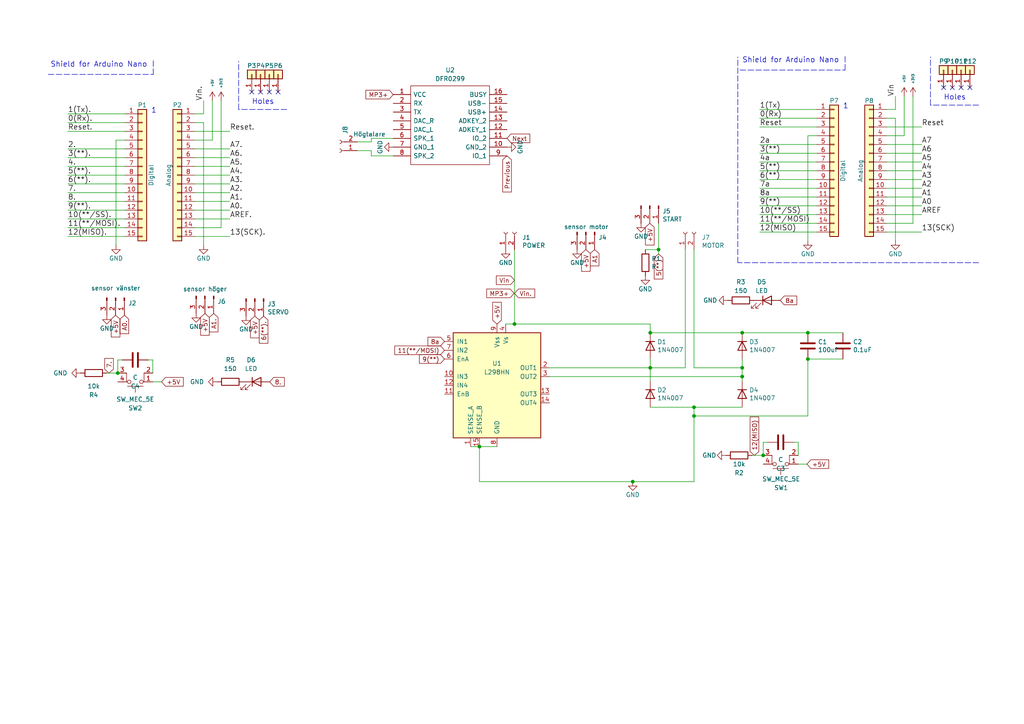
<source format=kicad_sch>
(kicad_sch (version 20211123) (generator eeschema)
  (paper "A4")
  (lib_symbols
    (symbol "Connector:Conn_01x02_Female" (pin_names (offset 1.016) hide)
      (property "Reference" "J" (at 0 2.54 0))
      (property "Value" "Conn_01x02_Female" (at 0 -5.08 0))
      (symbol "Conn_01x02_Female_1_1"
        (arc (start 0 -2.032) (mid -0.508 -2.54) (end 0 -3.048) (stroke (width 0.1524)))
        (polyline (pts (xy -1.27 -2.54) (xy -0.508 -2.54)) (stroke (width 0.1524)))
        (polyline (pts (xy -1.27 0) (xy -0.508 0)) (stroke (width 0.1524)))
        (arc (start 0 0.508) (mid -0.508 0) (end 0 -0.508) (stroke (width 0.1524)))
        (pin passive line (at -5.08 0 0) (length 3.81) (name "Pin_1") (number "1"))
        (pin passive line (at -5.08 -2.54 0) (length 3.81) (name "Pin_2") (number "2"))
      )
    )
    (symbol "Connector:Conn_01x03_Male" (pin_names (offset 1.016) hide)
      (property "Reference" "J" (at 0 5.08 0))
      (property "Value" "Conn_01x03_Male" (at 0 -5.08 0))
      (symbol "Conn_01x03_Male_1_1"
        (polyline (pts (xy 1.27 -2.54) (xy 0.8636 -2.54)) (stroke (width 0.1524)))
        (polyline (pts (xy 1.27 0) (xy 0.8636 0)) (stroke (width 0.1524)))
        (polyline (pts (xy 1.27 2.54) (xy 0.8636 2.54)) (stroke (width 0.1524)))
        (rectangle (start 0.8636 -2.413) (end 0 -2.667) (stroke (width 0.1524)) (fill (type outline)))
        (rectangle (start 0.8636 0.127) (end 0 -0.127) (stroke (width 0.1524)) (fill (type outline)))
        (rectangle (start 0.8636 2.667) (end 0 2.413) (stroke (width 0.1524)) (fill (type outline)))
        (pin passive line (at 5.08 2.54 180) (length 3.81) (name "Pin_1") (number "1"))
        (pin passive line (at 5.08 0 180) (length 3.81) (name "Pin_2") (number "2"))
        (pin passive line (at 5.08 -2.54 180) (length 3.81) (name "Pin_3") (number "3"))
      )
    )
    (symbol "Connector_Generic:Conn_01x01" (pin_names (offset 1.016) hide)
      (property "Reference" "J" (at 0 2.54 0))
      (property "Value" "Conn_01x01" (at 0 -2.54 0))
      (symbol "Conn_01x01_1_1"
        (rectangle (start -1.27 0.127) (end 0 -0.127) (stroke (width 0.1524)))
        (rectangle (start -1.27 1.27) (end 1.27 -1.27) (stroke (width 0.254)) (fill (type background)))
        (pin passive line (at -5.08 0 0) (length 3.81) (name "Pin_1") (number "1"))
      )
    )
    (symbol "Connector_Generic:Conn_01x15" (pin_names (offset 1.016) hide)
      (property "Reference" "J" (at 0 20.32 0))
      (property "Value" "Conn_01x15" (at 0 -20.32 0))
      (symbol "Conn_01x15_1_1"
        (rectangle (start -1.27 -17.653) (end 0 -17.907) (stroke (width 0.1524)))
        (rectangle (start -1.27 -15.113) (end 0 -15.367) (stroke (width 0.1524)))
        (rectangle (start -1.27 -12.573) (end 0 -12.827) (stroke (width 0.1524)))
        (rectangle (start -1.27 -10.033) (end 0 -10.287) (stroke (width 0.1524)))
        (rectangle (start -1.27 -7.493) (end 0 -7.747) (stroke (width 0.1524)))
        (rectangle (start -1.27 -4.953) (end 0 -5.207) (stroke (width 0.1524)))
        (rectangle (start -1.27 -2.413) (end 0 -2.667) (stroke (width 0.1524)))
        (rectangle (start -1.27 0.127) (end 0 -0.127) (stroke (width 0.1524)))
        (rectangle (start -1.27 2.667) (end 0 2.413) (stroke (width 0.1524)))
        (rectangle (start -1.27 5.207) (end 0 4.953) (stroke (width 0.1524)))
        (rectangle (start -1.27 7.747) (end 0 7.493) (stroke (width 0.1524)))
        (rectangle (start -1.27 10.287) (end 0 10.033) (stroke (width 0.1524)))
        (rectangle (start -1.27 12.827) (end 0 12.573) (stroke (width 0.1524)))
        (rectangle (start -1.27 15.367) (end 0 15.113) (stroke (width 0.1524)))
        (rectangle (start -1.27 17.907) (end 0 17.653) (stroke (width 0.1524)))
        (rectangle (start -1.27 19.05) (end 1.27 -19.05) (stroke (width 0.254)) (fill (type background)))
        (pin passive line (at -5.08 17.78 0) (length 3.81) (name "Pin_1") (number "1"))
        (pin passive line (at -5.08 -5.08 0) (length 3.81) (name "Pin_10") (number "10"))
        (pin passive line (at -5.08 -7.62 0) (length 3.81) (name "Pin_11") (number "11"))
        (pin passive line (at -5.08 -10.16 0) (length 3.81) (name "Pin_12") (number "12"))
        (pin passive line (at -5.08 -12.7 0) (length 3.81) (name "Pin_13") (number "13"))
        (pin passive line (at -5.08 -15.24 0) (length 3.81) (name "Pin_14") (number "14"))
        (pin passive line (at -5.08 -17.78 0) (length 3.81) (name "Pin_15") (number "15"))
        (pin passive line (at -5.08 15.24 0) (length 3.81) (name "Pin_2") (number "2"))
        (pin passive line (at -5.08 12.7 0) (length 3.81) (name "Pin_3") (number "3"))
        (pin passive line (at -5.08 10.16 0) (length 3.81) (name "Pin_4") (number "4"))
        (pin passive line (at -5.08 7.62 0) (length 3.81) (name "Pin_5") (number "5"))
        (pin passive line (at -5.08 5.08 0) (length 3.81) (name "Pin_6") (number "6"))
        (pin passive line (at -5.08 2.54 0) (length 3.81) (name "Pin_7") (number "7"))
        (pin passive line (at -5.08 0 0) (length 3.81) (name "Pin_8") (number "8"))
        (pin passive line (at -5.08 -2.54 0) (length 3.81) (name "Pin_9") (number "9"))
      )
    )
    (symbol "Device:C" (pin_numbers hide) (pin_names (offset 0.254))
      (property "Reference" "C" (at 0.635 2.54 0))
      (property "Value" "C" (at 0.635 -2.54 0))
      (symbol "C_0_1"
        (polyline (pts (xy -2.032 -0.762) (xy 2.032 -0.762)) (stroke (width 0.508)))
        (polyline (pts (xy -2.032 0.762) (xy 2.032 0.762)) (stroke (width 0.508)))
      )
      (symbol "C_1_1"
        (pin passive line (at 0 3.81 270) (length 2.794) (name "~") (number "1"))
        (pin passive line (at 0 -3.81 90) (length 2.794) (name "~") (number "2"))
      )
    )
    (symbol "Device:LED" (pin_numbers hide) (pin_names (offset 1.016) hide)
      (property "Reference" "D" (at 0 2.54 0))
      (property "Value" "LED" (at 0 -2.54 0))
      (symbol "LED_0_1"
        (polyline (pts (xy -1.27 -1.27) (xy -1.27 1.27)) (stroke (width 0.254)))
        (polyline (pts (xy -1.27 0) (xy 1.27 0)))
        (polyline (pts (xy 1.27 -1.27) (xy 1.27 1.27) (xy -1.27 0) (xy 1.27 -1.27)) (stroke (width 0.254)))
        (polyline (pts (xy -3.048 -0.762) (xy -4.572 -2.286) (xy -3.81 -2.286) (xy -4.572 -2.286) (xy -4.572 -1.524)))
        (polyline (pts (xy -1.778 -0.762) (xy -3.302 -2.286) (xy -2.54 -2.286) (xy -3.302 -2.286) (xy -3.302 -1.524)))
      )
      (symbol "LED_1_1"
        (pin passive line (at -3.81 0 0) (length 2.54) (name "K") (number "1"))
        (pin passive line (at 3.81 0 180) (length 2.54) (name "A") (number "2"))
      )
    )
    (symbol "Device:R" (pin_numbers hide) (pin_names (offset 0))
      (property "Reference" "R" (at 2.032 0 90))
      (property "Value" "R" (at 0 0 90))
      (symbol "R_0_1"
        (rectangle (start -1.016 -2.54) (end 1.016 2.54) (stroke (width 0.254)))
      )
      (symbol "R_1_1"
        (pin passive line (at 0 3.81 270) (length 1.27) (name "~") (number "1"))
        (pin passive line (at 0 -3.81 90) (length 1.27) (name "~") (number "2"))
      )
    )
    (symbol "Diode:1N4007" (pin_numbers hide) (pin_names (offset 1.016) hide)
      (property "Reference" "D" (at 0 2.54 0))
      (property "Value" "1N4007" (at 0 -2.54 0))
      (symbol "1N4007_0_1"
        (polyline (pts (xy -1.27 1.27) (xy -1.27 -1.27)) (stroke (width 0.254)))
        (polyline (pts (xy 1.27 0) (xy -1.27 0)))
        (polyline (pts (xy 1.27 1.27) (xy 1.27 -1.27) (xy -1.27 0) (xy 1.27 1.27)) (stroke (width 0.254)))
      )
      (symbol "1N4007_1_1"
        (pin passive line (at -3.81 0 0) (length 2.54) (name "K") (number "1"))
        (pin passive line (at 3.81 0 180) (length 2.54) (name "A") (number "2"))
      )
    )
    (symbol "Driver_Motor:L298HN" (pin_names (offset 1.016))
      (property "Reference" "U" (at -10.16 16.51 0))
      (property "Value" "L298HN" (at 12.7 16.51 0))
      (symbol "L298HN_0_1"
        (rectangle (start -12.7 15.24) (end 12.7 -15.24) (stroke (width 0.254)) (fill (type background)))
      )
      (symbol "L298HN_1_1"
        (pin power_in line (at -7.62 -17.78 90) (length 2.54) (name "SENSE_A") (number "1"))
        (pin input line (at -15.24 2.54 0) (length 2.54) (name "IN3") (number "10"))
        (pin input line (at -15.24 -2.54 0) (length 2.54) (name "EnB") (number "11"))
        (pin input line (at -15.24 0 0) (length 2.54) (name "IN4") (number "12"))
        (pin output line (at 15.24 -2.54 180) (length 2.54) (name "OUT3") (number "13"))
        (pin output line (at 15.24 -5.08 180) (length 2.54) (name "OUT4") (number "14"))
        (pin power_in line (at -5.08 -17.78 90) (length 2.54) (name "SENSE_B") (number "15"))
        (pin output line (at 15.24 5.08 180) (length 2.54) (name "OUT1") (number "2"))
        (pin output line (at 15.24 2.54 180) (length 2.54) (name "OUT2") (number "3"))
        (pin power_in line (at 2.54 17.78 270) (length 2.54) (name "Vs") (number "4"))
        (pin input line (at -15.24 12.7 0) (length 2.54) (name "IN1") (number "5"))
        (pin input line (at -15.24 7.62 0) (length 2.54) (name "EnA") (number "6"))
        (pin input line (at -15.24 10.16 0) (length 2.54) (name "IN2") (number "7"))
        (pin power_in line (at 0 -17.78 90) (length 2.54) (name "GND") (number "8"))
        (pin power_in line (at 0 17.78 270) (length 2.54) (name "Vss") (number "9"))
      )
    )
    (symbol "Egna:DFR0299" (pin_names (offset 0.762))
      (property "Reference" "U" (at 29.21 7.62 0))
      (property "Value" "DFR0299" (at 29.21 5.08 0))
      (symbol "DFR0299_0_0"
        (pin power_in line (at 0 0 0) (length 5.08) (name "VCC") (number "1"))
        (pin power_in line (at 33.02 -15.24 180) (length 5.08) (name "GND_2") (number "10"))
        (pin input line (at 33.02 -12.7 180) (length 5.08) (name "IO_2") (number "11"))
        (pin input line (at 33.02 -10.16 180) (length 5.08) (name "ADKEY_1") (number "12"))
        (pin input line (at 33.02 -7.62 180) (length 5.08) (name "ADKEY_2") (number "13"))
        (pin bidirectional line (at 33.02 -5.08 180) (length 5.08) (name "USB+") (number "14"))
        (pin bidirectional line (at 33.02 -2.54 180) (length 5.08) (name "USB-") (number "15"))
        (pin output line (at 33.02 0 180) (length 5.08) (name "BUSY") (number "16"))
        (pin input line (at 0 -2.54 0) (length 5.08) (name "RX") (number "2"))
        (pin output line (at 0 -5.08 0) (length 5.08) (name "TX") (number "3"))
        (pin output line (at 0 -7.62 0) (length 5.08) (name "DAC_R") (number "4"))
        (pin output line (at 0 -10.16 0) (length 5.08) (name "DAC_L") (number "5"))
        (pin output line (at 0 -12.7 0) (length 5.08) (name "SPK_1") (number "6"))
        (pin power_in line (at 0 -15.24 0) (length 5.08) (name "GND_1") (number "7"))
        (pin output line (at 0 -17.78 0) (length 5.08) (name "SPK_2") (number "8"))
        (pin input line (at 33.02 -17.78 180) (length 5.08) (name "IO_1") (number "9"))
      )
      (symbol "DFR0299_0_1"
        (polyline (pts (xy 5.08 2.54) (xy 27.94 2.54) (xy 27.94 -20.32) (xy 5.08 -20.32) (xy 5.08 2.54)) (stroke (width 0.1524)))
      )
    )
    (symbol "Switch:SW_MEC_5E" (pin_names (offset 1.016) hide)
      (property "Reference" "SW" (at 0.635 5.715 0))
      (property "Value" "SW_MEC_5E" (at 0 -3.175 0))
      (symbol "SW_MEC_5E_0_1"
        (circle (center -1.778 2.54) (radius 0.508))
        (polyline (pts (xy -2.286 3.81) (xy 2.286 3.81)))
        (polyline (pts (xy 0 3.81) (xy 0 5.588)))
        (polyline (pts (xy -2.54 0) (xy -2.54 2.54) (xy -2.286 2.54)))
        (polyline (pts (xy 2.54 0) (xy 2.54 2.54) (xy 2.286 2.54)))
        (circle (center 1.778 2.54) (radius 0.508))
        (pin passive line (at -5.08 2.54 0) (length 2.54) (name "1") (number "1"))
        (pin passive line (at -5.08 0 0) (length 2.54) (name "2") (number "2"))
        (pin passive line (at 5.08 0 180) (length 2.54) (name "K") (number "3"))
        (pin passive line (at 5.08 2.54 180) (length 2.54) (name "A") (number "4"))
      )
    )
    (symbol "power:+3V3" (power) (pin_names (offset 0))
      (property "Value" "+3V3" (at 0 3.556 0))
      (symbol "+3V3_0_1"
        (polyline (pts (xy -0.762 1.27) (xy 0 2.54)))
        (polyline (pts (xy 0 0) (xy 0 2.54)))
        (polyline (pts (xy 0 2.54) (xy 0.762 1.27)))
      )
      (symbol "+3V3_1_1"
        (pin power_in line (at 0 0 90) (length 0) hide (name "+3V3") (number "1"))
      )
    )
    (symbol "power:+5V" (power) (pin_names (offset 0))
      (property "Value" "+5V" (at 0 3.556 0))
      (symbol "+5V_0_1"
        (polyline (pts (xy -0.762 1.27) (xy 0 2.54)))
        (polyline (pts (xy 0 0) (xy 0 2.54)))
        (polyline (pts (xy 0 2.54) (xy 0.762 1.27)))
      )
      (symbol "+5V_1_1"
        (pin power_in line (at 0 0 90) (length 0) hide (name "+5V") (number "1"))
      )
    )
    (symbol "power:GND" (power) (pin_names (offset 0))
      (property "Value" "GND" (at 0 -3.81 0))
      (symbol "GND_0_1"
        (polyline (pts (xy 0 0) (xy 0 -1.27) (xy 1.27 -1.27) (xy 0 -2.54) (xy -1.27 -1.27) (xy 0 -1.27)))
      )
      (symbol "GND_1_1"
        (pin power_in line (at 0 0 270) (length 0) hide (name "GND") (number "1"))
      )
    )
  )
  (junction (at 183.515 139.7))
  (junction (at 221.361 132.08))
  (junction (at 215.265 96.52))
  (junction (at 188.595 96.52))
  (junction (at 215.265 109.22))
  (junction (at 149.225 93.98))
  (junction (at 215.265 106.68))
  (junction (at 234.315 104.14))
  (junction (at 201.295 118.11))
  (junction (at 234.315 96.52))
  (junction (at 188.595 106.68))
  (junction (at 191.008 72.39))
  (junction (at 139.065 129.54))
  (junction (at 201.295 120.65))
  (junction (at 34.163 108.204))
  (no_connect (at 78.105 26.67))
  (no_connect (at 278.765 25.4))
  (no_connect (at 75.565 26.67))
  (no_connect (at 281.305 25.4))
  (no_connect (at 73.025 26.67))
  (no_connect (at 80.645 26.67))
  (no_connect (at 276.225 25.4))
  (no_connect (at 273.685 25.4))
  (wire (pts (xy 107.696 40.132) (xy 114.046 40.132)))
  (wire (pts (xy 231.521 132.08) (xy 231.521 128.27)))
  (wire (pts (xy 220.345 46.99) (xy 236.855 46.99)))
  (wire (pts (xy 188.595 104.14) (xy 188.595 106.68)))
  (wire (pts (xy 201.295 120.65) (xy 201.295 139.7)))
  (wire (pts (xy 236.855 44.45) (xy 220.345 44.45)))
  (wire (pts (xy 19.685 63.5) (xy 36.195 63.5)))
  (wire (pts (xy 103.632 41.148) (xy 107.696 41.148)))
  (wire (pts (xy 215.265 104.14) (xy 215.265 106.68)))
  (wire (pts (xy 215.265 109.22) (xy 215.265 110.49)))
  (wire (pts (xy 59.055 33.02) (xy 59.055 29.21)))
  (wire (pts (xy 259.715 34.29) (xy 257.175 34.29)))
  (wire (pts (xy 36.195 40.64) (xy 33.655 40.64)))
  (wire (pts (xy 215.265 96.52) (xy 234.315 96.52)))
  (wire (pts (xy 66.675 45.72) (xy 56.515 45.72)))
  (wire (pts (xy 64.135 66.04) (xy 56.515 66.04)))
  (wire (pts (xy 139.065 129.54) (xy 144.145 129.54)))
  (wire (pts (xy 146.685 93.98) (xy 149.225 93.98)))
  (wire (pts (xy 35.433 104.394) (xy 34.163 104.394)))
  (wire (pts (xy 201.295 120.65) (xy 201.295 118.11)))
  (wire (pts (xy 36.195 45.72) (xy 19.685 45.72)))
  (wire (pts (xy 191.008 72.39) (xy 191.008 73.66)))
  (wire (pts (xy 244.475 104.14) (xy 234.315 104.14)))
  (wire (pts (xy 56.515 58.42) (xy 66.675 58.42)))
  (wire (pts (xy 220.345 57.15) (xy 236.855 57.15)))
  (wire (pts (xy 188.595 93.98) (xy 188.595 96.52)))
  (wire (pts (xy 198.755 72.39) (xy 198.755 106.68)))
  (wire (pts (xy 64.135 29.21) (xy 64.135 66.04)))
  (wire (pts (xy 56.515 33.02) (xy 59.055 33.02)))
  (wire (pts (xy 19.685 58.42) (xy 36.195 58.42)))
  (wire (pts (xy 139.065 139.7) (xy 139.065 129.54)))
  (polyline (pts (xy 283.845 30.48) (xy 269.875 30.48)))
  (wire (pts (xy 149.225 93.98) (xy 188.595 93.98)))
  (wire (pts (xy 236.855 31.75) (xy 220.345 31.75)))
  (polyline (pts (xy 213.995 76.2) (xy 213.995 16.51)))
  (wire (pts (xy 220.345 34.29) (xy 236.855 34.29)))
  (wire (pts (xy 191.008 64.77) (xy 191.008 72.39)))
  (wire (pts (xy 262.255 27.94) (xy 262.255 39.37)))
  (wire (pts (xy 257.175 67.31) (xy 267.335 67.31)))
  (wire (pts (xy 66.675 60.96) (xy 56.515 60.96)))
  (wire (pts (xy 201.295 118.11) (xy 215.265 118.11)))
  (wire (pts (xy 259.715 69.85) (xy 259.715 34.29)))
  (wire (pts (xy 159.385 106.68) (xy 188.595 106.68)))
  (wire (pts (xy 36.195 66.04) (xy 19.685 66.04)))
  (wire (pts (xy 56.515 43.18) (xy 66.675 43.18)))
  (wire (pts (xy 66.675 55.88) (xy 56.515 55.88)))
  (wire (pts (xy 201.295 72.39) (xy 201.295 106.68)))
  (wire (pts (xy 136.525 129.54) (xy 139.065 129.54)))
  (wire (pts (xy 264.795 64.77) (xy 257.175 64.77)))
  (wire (pts (xy 19.685 48.26) (xy 36.195 48.26)))
  (wire (pts (xy 159.385 109.22) (xy 215.265 109.22)))
  (wire (pts (xy 66.675 38.1) (xy 56.515 38.1)))
  (wire (pts (xy 107.696 45.212) (xy 107.696 43.688)))
  (wire (pts (xy 19.685 53.34) (xy 36.195 53.34)))
  (wire (pts (xy 264.795 27.94) (xy 264.795 64.77)))
  (polyline (pts (xy 13.97 21.59) (xy 44.45 21.59)))
  (wire (pts (xy 234.315 96.52) (xy 244.475 96.52)))
  (wire (pts (xy 231.521 134.62) (xy 234.061 134.62)))
  (wire (pts (xy 56.515 68.58) (xy 66.675 68.58)))
  (wire (pts (xy 236.855 39.37) (xy 234.315 39.37)))
  (wire (pts (xy 36.195 33.02) (xy 19.685 33.02)))
  (wire (pts (xy 234.315 104.14) (xy 234.315 120.65)))
  (wire (pts (xy 36.195 55.88) (xy 19.685 55.88)))
  (wire (pts (xy 36.195 60.96) (xy 19.685 60.96)))
  (wire (pts (xy 220.345 62.23) (xy 236.855 62.23)))
  (wire (pts (xy 19.685 68.58) (xy 36.195 68.58)))
  (wire (pts (xy 267.335 36.83) (xy 257.175 36.83)))
  (wire (pts (xy 188.595 118.11) (xy 201.295 118.11)))
  (wire (pts (xy 188.595 106.68) (xy 198.755 106.68)))
  (wire (pts (xy 114.046 45.212) (xy 107.696 45.212)))
  (wire (pts (xy 267.335 62.23) (xy 257.175 62.23)))
  (polyline (pts (xy 283.845 76.2) (xy 213.995 76.2)))
  (wire (pts (xy 188.595 110.49) (xy 188.595 106.68)))
  (wire (pts (xy 267.335 59.69) (xy 257.175 59.69)))
  (wire (pts (xy 66.675 48.26) (xy 56.515 48.26)))
  (wire (pts (xy 187.198 72.39) (xy 191.008 72.39)))
  (wire (pts (xy 36.195 50.8) (xy 19.685 50.8)))
  (wire (pts (xy 107.696 41.148) (xy 107.696 40.132)))
  (wire (pts (xy 267.335 54.61) (xy 257.175 54.61)))
  (wire (pts (xy 262.255 39.37) (xy 257.175 39.37)))
  (wire (pts (xy 61.595 29.21) (xy 61.595 40.64)))
  (wire (pts (xy 44.323 108.204) (xy 44.323 104.394)))
  (wire (pts (xy 234.315 120.65) (xy 201.295 120.65)))
  (wire (pts (xy 44.323 110.744) (xy 46.863 110.744)))
  (wire (pts (xy 215.265 106.68) (xy 215.265 109.22)))
  (wire (pts (xy 66.675 53.34) (xy 56.515 53.34)))
  (wire (pts (xy 236.855 36.83) (xy 220.345 36.83)))
  (wire (pts (xy 66.675 63.5) (xy 56.515 63.5)))
  (wire (pts (xy 234.315 39.37) (xy 234.315 69.85)))
  (wire (pts (xy 218.186 132.08) (xy 221.361 132.08)))
  (polyline (pts (xy 69.215 31.75) (xy 69.215 17.78)))
  (wire (pts (xy 59.055 71.12) (xy 59.055 35.56)))
  (wire (pts (xy 257.175 49.53) (xy 267.335 49.53)))
  (polyline (pts (xy 83.185 31.75) (xy 69.215 31.75)))
  (wire (pts (xy 267.335 46.99) (xy 257.175 46.99)))
  (wire (pts (xy 215.265 96.52) (xy 188.595 96.52)))
  (wire (pts (xy 19.685 43.18) (xy 36.195 43.18)))
  (wire (pts (xy 34.163 104.394) (xy 34.163 108.204)))
  (wire (pts (xy 43.053 104.394) (xy 44.323 104.394)))
  (wire (pts (xy 236.855 49.53) (xy 220.345 49.53)))
  (wire (pts (xy 230.251 128.27) (xy 231.521 128.27)))
  (wire (pts (xy 257.175 41.91) (xy 267.335 41.91)))
  (wire (pts (xy 59.055 35.56) (xy 56.515 35.56)))
  (wire (pts (xy 215.265 106.68) (xy 201.295 106.68)))
  (wire (pts (xy 236.855 64.77) (xy 220.345 64.77)))
  (wire (pts (xy 201.295 139.7) (xy 183.515 139.7)))
  (wire (pts (xy 222.631 128.27) (xy 221.361 128.27)))
  (wire (pts (xy 220.345 52.07) (xy 236.855 52.07)))
  (polyline (pts (xy 269.875 30.48) (xy 269.875 16.51)))
  (wire (pts (xy 259.715 31.75) (xy 259.715 27.94)))
  (wire (pts (xy 61.595 40.64) (xy 56.515 40.64)))
  (wire (pts (xy 56.515 50.8) (xy 66.675 50.8)))
  (wire (pts (xy 267.335 52.07) (xy 257.175 52.07)))
  (wire (pts (xy 236.855 59.69) (xy 220.345 59.69)))
  (wire (pts (xy 19.685 35.56) (xy 36.195 35.56)))
  (wire (pts (xy 107.696 43.688) (xy 103.632 43.688)))
  (polyline (pts (xy 245.11 20.32) (xy 245.11 15.875)))
  (wire (pts (xy 36.195 38.1) (xy 19.685 38.1)))
  (wire (pts (xy 257.175 31.75) (xy 259.715 31.75)))
  (polyline (pts (xy 44.45 21.59) (xy 44.45 17.145)))
  (wire (pts (xy 30.988 108.204) (xy 34.163 108.204)))
  (wire (pts (xy 139.065 139.7) (xy 183.515 139.7)))
  (wire (pts (xy 149.225 72.39) (xy 149.225 93.98)))
  (polyline (pts (xy 214.63 20.32) (xy 245.11 20.32)))
  (wire (pts (xy 220.345 67.31) (xy 236.855 67.31)))
  (wire (pts (xy 257.175 57.15) (xy 267.335 57.15)))
  (wire (pts (xy 267.335 44.45) (xy 257.175 44.45)))
  (wire (pts (xy 221.361 128.27) (xy 221.361 132.08)))
  (wire (pts (xy 236.855 54.61) (xy 220.345 54.61)))
  (wire (pts (xy 33.655 40.64) (xy 33.655 71.12)))
  (wire (pts (xy 220.345 41.91) (xy 236.855 41.91)))
  (text "Shield for Arduino Nano" (at 14.605 19.685 0) (effects (font (size 1.524 1.524)) (justify left bottom)))
  (text "Holes" (at 273.685 29.21 0) (effects (font (size 1.524 1.524)) (justify left bottom)))
  (text "Shield for Arduino Nano" (at 215.265 18.415 0) (effects (font (size 1.524 1.524)) (justify left bottom)))
  (text "1" (at 244.475 31.75 0) (effects (font (size 1.524 1.524)) (justify left bottom)))
  (text "1" (at 43.815 33.02 0) (effects (font (size 1.524 1.524)) (justify left bottom)))
  (text "Holes" (at 73.025 30.48 0) (effects (font (size 1.524 1.524)) (justify left bottom)))
  (label "Vin." (at 59.055 29.21 90) (effects (font (size 1.524 1.524))))
  (label "3(**)." (at 19.685 45.72 0) (effects (font (size 1.524 1.524))))
  (label "A3." (at 66.675 53.34 0) (effects (font (size 1.524 1.524))))
  (label "A4." (at 66.675 50.8 0) (effects (font (size 1.524 1.524))))
  (label "A6." (at 66.675 45.72 0) (effects (font (size 1.524 1.524))))
  (label "9(**)" (at 220.345 59.69 0) (effects (font (size 1.524 1.524))))
  (label "A2." (at 66.675 55.88 0) (effects (font (size 1.524 1.524))))
  (label "9(**)." (at 19.685 60.96 0) (effects (font (size 1.524 1.524))))
  (label "A7." (at 66.675 43.18 0) (effects (font (size 1.524 1.524))))
  (label "1(Tx)." (at 19.685 33.02 0) (effects (font (size 1.524 1.524))))
  (label "13(SCK)" (at 267.335 67.31 0) (effects (font (size 1.524 1.524))))
  (label "Reset." (at 19.685 38.1 0) (effects (font (size 1.524 1.524))))
  (label "6(**)." (at 19.685 53.34 0) (effects (font (size 1.524 1.524))))
  (label "5(**)" (at 220.345 49.53 0) (effects (font (size 1.524 1.524))))
  (label "6(**)" (at 220.345 52.07 0) (effects (font (size 1.524 1.524))))
  (label "Reset" (at 267.335 36.83 0) (effects (font (size 1.524 1.524))))
  (label "11(**{slash}MOSI)." (at 19.685 66.04 0) (effects (font (size 1.524 1.524))))
  (label "12(MISO)." (at 19.685 68.58 0) (effects (font (size 1.524 1.524))))
  (label "4." (at 19.685 48.26 0) (effects (font (size 1.524 1.524))))
  (label "1(Tx)" (at 220.345 31.75 0) (effects (font (size 1.524 1.524))))
  (label "A7" (at 267.335 41.91 0) (effects (font (size 1.524 1.524))))
  (label "A3" (at 267.335 52.07 0) (effects (font (size 1.524 1.524))))
  (label "AREF" (at 267.335 62.23 0) (effects (font (size 1.524 1.524))))
  (label "7a" (at 220.345 54.61 0) (effects (font (size 1.524 1.524))))
  (label "2a" (at 220.345 41.91 0) (effects (font (size 1.524 1.524))))
  (label "4a" (at 220.345 46.99 0) (effects (font (size 1.524 1.524))))
  (label "A1." (at 66.675 58.42 0) (effects (font (size 1.524 1.524))))
  (label "Vin" (at 259.715 27.94 90) (effects (font (size 1.524 1.524))))
  (label "0(Rx)" (at 220.345 34.29 0) (effects (font (size 1.524 1.524))))
  (label "A6" (at 267.335 44.45 0) (effects (font (size 1.524 1.524))))
  (label "13(SCK)." (at 66.675 68.58 0) (effects (font (size 1.524 1.524))))
  (label "Reset" (at 220.345 36.83 0) (effects (font (size 1.524 1.524))))
  (label "3(**)" (at 220.345 44.45 0) (effects (font (size 1.524 1.524))))
  (label "8." (at 19.685 58.42 0) (effects (font (size 1.524 1.524))))
  (label "2." (at 19.685 43.18 0) (effects (font (size 1.524 1.524))))
  (label "7." (at 19.685 55.88 0) (effects (font (size 1.524 1.524))))
  (label "Reset." (at 66.675 38.1 0) (effects (font (size 1.524 1.524))))
  (label "8a" (at 220.345 57.15 0) (effects (font (size 1.524 1.524))))
  (label "A2" (at 267.335 54.61 0) (effects (font (size 1.524 1.524))))
  (label "5(**)." (at 19.685 50.8 0) (effects (font (size 1.524 1.524))))
  (label "A0." (at 66.675 60.96 0) (effects (font (size 1.524 1.524))))
  (label "A0" (at 267.335 59.69 0) (effects (font (size 1.524 1.524))))
  (label "A4" (at 267.335 49.53 0) (effects (font (size 1.524 1.524))))
  (label "11(**/MOSI)" (at 220.345 64.77 0) (effects (font (size 1.524 1.524))))
  (label "10(**/SS)" (at 220.345 62.23 0) (effects (font (size 1.524 1.524))))
  (label "12(MISO)" (at 220.345 67.31 0) (effects (font (size 1.524 1.524))))
  (label "A5" (at 267.335 46.99 0) (effects (font (size 1.524 1.524))))
  (label "A5." (at 66.675 48.26 0) (effects (font (size 1.524 1.524))))
  (label "A1" (at 267.335 57.15 0) (effects (font (size 1.524 1.524))))
  (label "10(**{slash}SS)." (at 19.685 63.5 0) (effects (font (size 1.524 1.524))))
  (label "0(Rx)." (at 19.685 35.56 0) (effects (font (size 1.524 1.524))))
  (label "AREF." (at 66.675 63.5 0) (effects (font (size 1.524 1.524))))
  (global_label "Vin." (shape input) (at 149.225 85.09 0) (property "Intersheet References" "${INTERSHEET_REFS}" (effects hide)))
  (global_label "7." (shape input) (at 31.623 108.204 90) (property "Intersheet References" "${INTERSHEET_REFS}" (effects hide)))
  (global_label "A1" (shape input) (at 172.466 72.39 270) (property "Intersheet References" "${INTERSHEET_REFS}" (effects hide)))
  (global_label "8a" (shape input) (at 226.314 87.122 0) (property "Intersheet References" "${INTERSHEET_REFS}" (effects hide)))
  (global_label "+5V" (shape input) (at 144.145 93.98 90) (property "Intersheet References" "${INTERSHEET_REFS}" (effects hide)))
  (global_label "+5V" (shape input) (at 59.436 90.932 270) (property "Intersheet References" "${INTERSHEET_REFS}" (effects hide)))
  (global_label "8a" (shape input) (at 128.905 99.06 180) (property "Intersheet References" "${INTERSHEET_REFS}" (effects hide)))
  (global_label "MP3+" (shape input) (at 114.046 27.432 180) (property "Intersheet References" "${INTERSHEET_REFS}" (effects hide)))
  (global_label "+5V" (shape input) (at 188.468 64.77 270) (property "Intersheet References" "${INTERSHEET_REFS}" (effects hide)))
  (global_label "6(**)." (shape input) (at 76.454 91.694 270) (property "Intersheet References" "${INTERSHEET_REFS}" (effects hide)))
  (global_label "+5V" (shape input) (at 234.061 134.62 0) (property "Intersheet References" "${INTERSHEET_REFS}" (effects hide)))
  (global_label "Vin" (shape input) (at 149.225 81.28 180) (property "Intersheet References" "${INTERSHEET_REFS}" (effects hide)))
  (global_label "+5V" (shape input) (at 46.863 110.744 0) (property "Intersheet References" "${INTERSHEET_REFS}" (effects hide)))
  (global_label "MP3+" (shape input) (at 149.098 85.09 180) (property "Intersheet References" "${INTERSHEET_REFS}" (effects hide)))
  (global_label "11(**{slash}MOSI)" (shape input) (at 128.905 101.6 180) (property "Intersheet References" "${INTERSHEET_REFS}" (effects hide)))
  (global_label "A1." (shape input) (at 61.976 90.932 270) (property "Intersheet References" "${INTERSHEET_REFS}" (effects hide)))
  (global_label "+5V" (shape input) (at 169.926 72.39 270) (property "Intersheet References" "${INTERSHEET_REFS}" (effects hide)))
  (global_label "+5V" (shape input) (at 73.914 91.694 270) (property "Intersheet References" "${INTERSHEET_REFS}" (effects hide)))
  (global_label "12(MISO)" (shape input) (at 218.821 132.08 90) (property "Intersheet References" "${INTERSHEET_REFS}" (effects hide)))
  (global_label "Next" (shape input) (at 147.066 40.132 0) (property "Intersheet References" "${INTERSHEET_REFS}" (effects hide)))
  (global_label "A0." (shape input) (at 36.068 91.44 270) (property "Intersheet References" "${INTERSHEET_REFS}" (effects hide)))
  (global_label "8." (shape input) (at 78.232 110.744 0) (property "Intersheet References" "${INTERSHEET_REFS}" (effects hide)))
  (global_label "+5V" (shape input) (at 33.528 91.44 270) (property "Intersheet References" "${INTERSHEET_REFS}" (effects hide)))
  (global_label "5(**)" (shape input) (at 191.008 73.66 270) (property "Intersheet References" "${INTERSHEET_REFS}" (effects hide)))
  (global_label "Previous" (shape input) (at 147.066 45.212 270) (property "Intersheet References" "${INTERSHEET_REFS}" (effects hide)))
  (global_label "9(**)" (shape input) (at 128.905 104.14 180) (property "Intersheet References" "${INTERSHEET_REFS}" (effects hide)))
  (symbol (lib_id "power:+5V") (at 262.255 27.94 0) (unit 1)
    (property "Reference" "#PWR0110" (effects hide))
    (property "Value" "+5V" (at 262.255 22.86 90) (effects (font (size 0.7112 0.7112))))
  )
  (symbol (lib_id "power:GND") (at 59.055 71.12 0) (unit 1)
    (property "Reference" "#PWR0117" (effects hide))
    (property "Value" "GND" (at 59.055 74.93 0))
  )
  (symbol (lib_id "Switch:SW_MEC_5E") (at 39.243 108.204 180) (unit 1)
    (property "Reference" "SW2" (at 39.243 118.364 0))
    (property "Value" "SW_MEC_5E" (at 39.243 115.824 0))
    (property "Footprint" "footprints:SW_TH_Tactile_Omron_B3F-10xx" (effects hide))
    (property "Datasheet" "http://www.apem.com/int/index.php?controller=attachment&id_attachment=1371" (effects hide))
  )
  (symbol (lib_id "Connector_Generic:Conn_01x01") (at 281.305 20.32 90) (unit 1)
    (property "Reference" "P12" (at 281.305 17.78 90))
    (property "Value" "CONN_01X01" (effects hide))
    (property "Footprint" "Socket_Arduino_Nano:1pin_Nano" (effects hide))
  )
  (symbol (lib_id "Device:R") (at 214.376 132.08 90) (unit 1)
    (property "Reference" "R2" (at 214.376 137.16 90))
    (property "Value" "10k" (at 214.376 134.62 90))
    (property "Footprint" "Resistor_THT:R_Axial_DIN0207_L6.3mm_D2.5mm_P10.16mm_Horizontal" (effects hide))
  )
  (symbol (lib_id "Device:C") (at 39.243 104.394 90) (unit 1)
    (property "Reference" "C4" (at 39.243 112.014 90))
    (property "Value" "C" (at 39.243 109.474 90))
    (property "Footprint" "Capacitor_THT:C_Rect_L4.6mm_W2.0mm_P2.50mm_MKS02_FKP02" (effects hide))
  )
  (symbol (lib_id "power:GND") (at 234.315 69.85 0) (unit 1)
    (property "Reference" "#PWR0102" (effects hide))
    (property "Value" "GND" (at 234.315 73.66 0))
  )
  (symbol (lib_id "Connector:Conn_01x03_Male") (at 188.468 59.69 270) (unit 1)
    (property "Reference" "J5" (at 192.1256 61.2648 90) (effects (justify left)))
    (property "Value" "START" (at 192.1256 63.5762 90) (effects (justify left)))
    (property "Footprint" "Connector_JST:JST_XH_B3B-XH-A_1x03_P2.50mm_Vertical" (effects hide))
  )
  (symbol (lib_id "power:GND") (at 187.198 80.01 0) (unit 1)
    (property "Reference" "#PWR0112" (effects hide))
    (property "Value" "GND" (at 187.198 83.82 0))
  )
  (symbol (lib_id "Connector:Conn_01x03_Male") (at 169.926 67.31 270) (unit 1)
    (property "Reference" "J4" (at 173.5836 68.8848 90) (effects (justify left)))
    (property "Value" "sensor motor" (at 163.576 65.786 90) (effects (justify left)))
    (property "Footprint" "Connector_JST:JST_XH_B3B-XH-A_1x03_P2.50mm_Vertical" (effects hide))
  )
  (symbol (lib_id "Connector_Generic:Conn_01x15") (at 51.435 50.8 0) (mirror y) (unit 1)
    (property "Reference" "P2" (at 51.435 30.48 0))
    (property "Value" "Analog" (at 48.895 50.8 90))
    (property "Footprint" "footprints:Socket_Strip_Arduino_1x15" (effects hide))
  )
  (symbol (lib_id "power:GND") (at 33.655 71.12 0) (unit 1)
    (property "Reference" "#PWR0116" (effects hide))
    (property "Value" "GND" (at 33.655 74.93 0))
  )
  (symbol (lib_id "power:GND") (at 62.992 110.744 270) (unit 1)
    (property "Reference" "#PWR0120" (effects hide))
    (property "Value" "GND" (at 59.182 110.7439 90) (effects (justify right)))
  )
  (symbol (lib_id "Connector:Conn_01x03_Male") (at 73.914 86.614 270) (unit 1)
    (property "Reference" "J3" (at 77.5716 88.1888 90) (effects (justify left)))
    (property "Value" "SERVO" (at 77.5716 90.5002 90) (effects (justify left)))
    (property "Footprint" "Connector_JST:JST_XH_B3B-XH-A_1x03_P2.50mm_Vertical" (effects hide))
  )
  (symbol (lib_id "Connector_Generic:Conn_01x01") (at 80.645 21.59 90) (unit 1)
    (property "Reference" "P6" (at 80.645 19.05 90))
    (property "Value" "CONN_01X01" (effects hide))
    (property "Footprint" "Socket_Arduino_Nano:1pin_Nano" (effects hide))
  )
  (symbol (lib_id "power:GND") (at 185.928 64.77 0) (unit 1)
    (property "Reference" "#PWR0103" (effects hide))
    (property "Value" "GND" (at 185.928 68.58 0))
  )
  (symbol (lib_id "Connector_Generic:Conn_01x01") (at 75.565 21.59 90) (unit 1)
    (property "Reference" "P4" (at 75.565 19.05 90))
    (property "Value" "CONN_01X01" (effects hide))
    (property "Footprint" "Socket_Arduino_Nano:1pin_Nano" (effects hide))
  )
  (symbol (lib_id "power:GND") (at 259.715 69.85 0) (unit 1)
    (property "Reference" "#PWR0109" (effects hide))
    (property "Value" "GND" (at 259.715 73.66 0))
  )
  (symbol (lib_id "Connector:Conn_01x03_Male") (at 33.528 86.36 270) (unit 1)
    (property "Reference" "J2" (at 37.1856 87.9348 90) (effects (justify left)))
    (property "Value" "sensor vänster" (at 26.416 83.566 90) (effects (justify left)))
    (property "Footprint" "Connector_JST:JST_XH_B3B-XH-A_1x03_P2.50mm_Vertical" (effects hide))
  )
  (symbol (lib_id "power:GND") (at 114.046 42.672 270) (unit 1)
    (property "Reference" "#PWR0121" (effects hide))
    (property "Value" "GND" (at 110.236 42.672 0))
  )
  (symbol (lib_id "power:GND") (at 23.368 108.204 270) (unit 1)
    (property "Reference" "#PWR0107" (effects hide))
    (property "Value" "GND" (at 19.558 108.2039 90) (effects (justify right)))
  )
  (symbol (lib_id "Egna:DFR0299") (at 114.046 27.432 0) (unit 1)
    (property "Reference" "U2" (at 130.556 20.32 0))
    (property "Value" "DFR0299" (at 130.556 22.86 0))
    (property "Footprint" "DIPS1778W50P254L2100H170Q16N" (effects hide))
    (property "Datasheet" "https://github.com/Arduinolibrary/DFPlayer_Mini_mp3/raw/master/DFPlayer%20Mini%20Manual.pdf" (effects hide))
    (property "Description" "DFRobot Accessories DFPlayer" (effects hide))
    (property "Height" "1.7" (effects hide))
    (property "Manufacturer_Name" "DFRobot" (effects hide))
    (property "Manufacturer_Part_Number" "DFR0299" (effects hide))
    (property "Mouser Part Number" "426-DFR0299" (effects hide))
    (property "Mouser Price/Stock" "https://www.mouser.co.uk/ProductDetail/DFRobot/DFR0299?qs=Zcin8yvlhnPSNhqM2hweWw%3D%3D" (effects hide))
    (property "Arrow Part Number" "DFR0299" (effects hide))
    (property "Arrow Price/Stock" "https://www.arrow.com/en/products/dfr0299/dfrobot?region=nac" (effects hide))
  )
  (symbol (lib_id "Connector_Generic:Conn_01x15") (at 41.275 50.8 0) (unit 1)
    (property "Reference" "P1" (at 41.275 30.48 0))
    (property "Value" "Digital" (at 43.815 50.8 90))
    (property "Footprint" "footprints:Socket_Strip_Arduino_1x15" (effects hide))
  )
  (symbol (lib_id "power:+3V3") (at 264.795 27.94 0) (unit 1)
    (property "Reference" "#PWR0111" (effects hide))
    (property "Value" "+3.3V" (at 264.795 22.86 90) (effects (font (size 0.7112 0.7112))))
  )
  (symbol (lib_id "power:GND") (at 71.374 91.694 0) (unit 1)
    (property "Reference" "#PWR0113" (effects hide))
    (property "Value" "GND" (at 71.374 95.504 0))
  )
  (symbol (lib_id "Connector:Conn_01x02_Female") (at 98.552 43.688 180) (unit 1)
    (property "Reference" "J8" (at 100.1268 38.9128 90) (effects (justify right)))
    (property "Value" "Högtalare" (at 102.4382 38.9128 0) (effects (justify right)))
    (property "Footprint" "Connector_Wago:Wago_734-132_1x02_P3.50mm_Vertical" (effects hide))
  )
  (symbol (lib_id "Device:R") (at 214.884 87.122 90) (unit 1)
    (property "Reference" "R3" (at 214.884 81.788 90))
    (property "Value" "150" (at 214.884 84.328 90))
    (property "Footprint" "Resistor_THT:R_Axial_DIN0207_L6.3mm_D2.5mm_P10.16mm_Horizontal" (effects hide))
  )
  (symbol (lib_id "Device:R") (at 66.802 110.744 90) (unit 1)
    (property "Reference" "R5" (at 66.802 104.394 90))
    (property "Value" "150" (at 66.802 106.934 90))
    (property "Footprint" "Resistor_THT:R_Axial_DIN0207_L6.3mm_D2.5mm_P10.16mm_Horizontal" (effects hide))
  )
  (symbol (lib_id "power:GND") (at 56.896 90.932 0) (unit 1)
    (property "Reference" "#PWR0101" (effects hide))
    (property "Value" "GND" (at 56.896 94.742 0))
  )
  (symbol (lib_id "power:GND") (at 30.988 91.44 0) (unit 1)
    (property "Reference" "#PWR0115" (effects hide))
    (property "Value" "GND" (at 30.988 95.25 0))
  )
  (symbol (lib_id "Connector_Generic:Conn_01x15") (at 241.935 49.53 0) (unit 1)
    (property "Reference" "P7" (at 241.935 29.21 0))
    (property "Value" "Digital" (at 244.475 49.53 90))
    (property "Footprint" "footprints:Socket_Strip_Arduino_1x15" (effects hide))
  )
  (symbol (lib_id "Device:LED") (at 222.504 87.122 0) (unit 1)
    (property "Reference" "D5" (at 220.9165 81.788 0))
    (property "Value" "LED" (at 220.9165 84.328 0))
    (property "Footprint" "LED_THT:LED_D5.0mm" (effects hide))
  )
  (symbol (lib_id "Diode:1N4007") (at 188.595 100.33 270) (unit 1)
    (property "Reference" "D1" (at 190.627 99.1616 90) (effects (justify left)))
    (property "Value" "1N4007" (at 190.627 101.473 90) (effects (justify left)))
    (property "Footprint" "Diode_THT:D_DO-41_SOD81_P10.16mm_Horizontal" (effects hide))
    (property "Datasheet" "http://www.vishay.com/docs/88503/1n4001.pdf" (effects hide))
  )
  (symbol (lib_id "Connector_Generic:Conn_01x15") (at 252.095 49.53 0) (mirror y) (unit 1)
    (property "Reference" "P8" (at 252.095 29.21 0))
    (property "Value" "Analog" (at 249.555 49.53 90))
    (property "Footprint" "footprints:Socket_Strip_Arduino_1x15" (effects hide))
  )
  (symbol (lib_id "power:GND") (at 146.685 72.39 0) (unit 1)
    (property "Reference" "#PWR0114" (effects hide))
    (property "Value" "GND" (at 146.685 76.2 0))
  )
  (symbol (lib_id "Device:R") (at 187.198 76.2 0) (unit 1)
    (property "Reference" "R1" (at 188.976 75.0316 0) (effects (justify left)))
    (property "Value" "R" (at 188.976 77.343 0) (effects (justify left)))
    (property "Footprint" "Resistor_THT:R_Axial_DIN0207_L6.3mm_D2.5mm_P10.16mm_Horizontal" (effects hide))
  )
  (symbol (lib_id "power:GND") (at 210.566 132.08 270) (unit 1)
    (property "Reference" "#PWR0105" (effects hide))
    (property "Value" "GND" (at 207.772 132.08 90) (effects (justify right)))
  )
  (symbol (lib_id "Connector_Generic:Conn_01x01") (at 73.025 21.59 90) (unit 1)
    (property "Reference" "P3" (at 73.025 19.05 90))
    (property "Value" "CONN_01X01" (effects hide))
    (property "Footprint" "Socket_Arduino_Nano:1pin_Nano" (effects hide))
  )
  (symbol (lib_id "power:GND") (at 147.066 42.672 90) (unit 1)
    (property "Reference" "#PWR0122" (effects hide))
    (property "Value" "GND" (at 150.876 42.672 0))
  )
  (symbol (lib_id "Connector_Generic:Conn_01x01") (at 78.105 21.59 90) (unit 1)
    (property "Reference" "P5" (at 78.105 19.05 90))
    (property "Value" "CONN_01X01" (effects hide))
    (property "Footprint" "Socket_Arduino_Nano:1pin_Nano" (effects hide))
  )
  (symbol (lib_id "Device:C") (at 234.315 100.33 0) (unit 1)
    (property "Reference" "C1" (at 237.236 99.1616 0) (effects (justify left)))
    (property "Value" "100uf" (at 237.236 101.473 0) (effects (justify left)))
    (property "Footprint" "footprints:CP_Radial_D6.3mm_P2.50mm" (effects hide))
  )
  (symbol (lib_id "Device:R") (at 27.178 108.204 90) (unit 1)
    (property "Reference" "R4" (at 27.178 114.554 90))
    (property "Value" "10k" (at 27.178 112.014 90))
    (property "Footprint" "Resistor_THT:R_Axial_DIN0207_L6.3mm_D2.5mm_P10.16mm_Horizontal" (effects hide))
  )
  (symbol (lib_id "Connector_Generic:Conn_01x01") (at 273.685 20.32 90) (unit 1)
    (property "Reference" "P9" (at 273.685 17.78 90))
    (property "Value" "CONN_01X01" (effects hide))
    (property "Footprint" "Socket_Arduino_Nano:1pin_Nano" (effects hide))
  )
  (symbol (lib_id "Connector:Conn_01x02_Female") (at 198.755 67.31 90) (unit 1)
    (property "Reference" "J7" (at 203.5302 68.8848 90) (effects (justify right)))
    (property "Value" "MOTOR" (at 203.5302 71.1962 90) (effects (justify right)))
    (property "Footprint" "Connector_Wago:Wago_734-132_1x02_P3.50mm_Vertical" (effects hide))
  )
  (symbol (lib_id "Driver_Motor:L298HN") (at 144.145 111.76 0) (unit 1)
    (property "Reference" "U1" (at 144.145 105.41 0))
    (property "Value" "L298HN" (at 144.145 107.95 0))
    (property "Footprint" "footprints:TO-220-15_P2.54x2.54mm_StaggerOdd_Lead4.58mm_Vertical" (effects hide))
    (property "Datasheet" "http://www.st.com/st-web-ui/static/active/en/resource/technical/document/datasheet/CD00000240.pdf" (effects hide))
  )
  (symbol (lib_id "power:+5V") (at 61.595 29.21 0) (unit 1)
    (property "Reference" "#PWR0119" (effects hide))
    (property "Value" "+5V" (at 61.595 24.13 90) (effects (font (size 0.7112 0.7112))))
  )
  (symbol (lib_id "power:GND") (at 183.515 139.7 0) (unit 1)
    (property "Reference" "#PWR0108" (effects hide))
    (property "Value" "GND" (at 183.515 143.51 0))
  )
  (symbol (lib_id "power:GND") (at 167.386 72.39 0) (unit 1)
    (property "Reference" "#PWR0104" (effects hide))
    (property "Value" "GND" (at 167.386 76.2 0))
  )
  (symbol (lib_id "Switch:SW_MEC_5E") (at 226.441 132.08 180) (unit 1)
    (property "Reference" "SW1" (at 226.568 141.478 0))
    (property "Value" "SW_MEC_5E" (at 226.568 138.938 0))
    (property "Footprint" "footprints:SW_TH_Tactile_Omron_B3F-10xx" (effects hide))
    (property "Datasheet" "http://www.apem.com/int/index.php?controller=attachment&id_attachment=1371" (effects hide))
  )
  (symbol (lib_id "Diode:1N4007") (at 215.265 100.33 270) (unit 1)
    (property "Reference" "D3" (at 217.297 99.1616 90) (effects (justify left)))
    (property "Value" "1N4007" (at 217.297 101.473 90) (effects (justify left)))
    (property "Footprint" "Diode_THT:D_DO-41_SOD81_P10.16mm_Horizontal" (effects hide))
    (property "Datasheet" "http://www.vishay.com/docs/88503/1n4001.pdf" (effects hide))
  )
  (symbol (lib_id "Diode:1N4007") (at 188.595 114.3 270) (unit 1)
    (property "Reference" "D2" (at 190.627 113.1316 90) (effects (justify left)))
    (property "Value" "1N4007" (at 190.627 115.443 90) (effects (justify left)))
    (property "Footprint" "Diode_THT:D_DO-41_SOD81_P10.16mm_Horizontal" (effects hide))
    (property "Datasheet" "http://www.vishay.com/docs/88503/1n4001.pdf" (effects hide))
  )
  (symbol (lib_id "power:GND") (at 211.074 87.122 270) (unit 1)
    (property "Reference" "#PWR0106" (effects hide))
    (property "Value" "GND" (at 208.026 87.122 90) (effects (justify right)))
  )
  (symbol (lib_id "Diode:1N4007") (at 215.265 114.3 270) (unit 1)
    (property "Reference" "D4" (at 217.297 113.1316 90) (effects (justify left)))
    (property "Value" "1N4007" (at 217.297 115.443 90) (effects (justify left)))
    (property "Footprint" "Diode_THT:D_DO-41_SOD81_P10.16mm_Horizontal" (effects hide))
    (property "Datasheet" "http://www.vishay.com/docs/88503/1n4001.pdf" (effects hide))
  )
  (symbol (lib_id "Connector_Generic:Conn_01x01") (at 276.225 20.32 90) (unit 1)
    (property "Reference" "P10" (at 276.225 17.78 90))
    (property "Value" "CONN_01X01" (effects hide))
    (property "Footprint" "Socket_Arduino_Nano:1pin_Nano" (effects hide))
  )
  (symbol (lib_id "Connector:Conn_01x03_Male") (at 59.436 85.852 270) (unit 1)
    (property "Reference" "J6" (at 63.0936 87.4268 90) (effects (justify left)))
    (property "Value" "sensor höger" (at 53.086 83.82 90) (effects (justify left)))
    (property "Footprint" "Connector_JST:JST_XH_B3B-XH-A_1x03_P2.50mm_Vertical" (effects hide))
  )
  (symbol (lib_id "Device:LED") (at 74.422 110.744 0) (unit 1)
    (property "Reference" "D6" (at 72.8345 104.394 0))
    (property "Value" "LED" (at 72.8345 106.934 0))
    (property "Footprint" "LED_THT:LED_D5.0mm" (effects hide))
  )
  (symbol (lib_id "power:+3V3") (at 64.135 29.21 0) (unit 1)
    (property "Reference" "#PWR0118" (effects hide))
    (property "Value" "+3.3V" (at 64.135 24.13 90) (effects (font (size 0.7112 0.7112))))
  )
  (symbol (lib_id "Device:C") (at 226.441 128.27 90) (unit 1)
    (property "Reference" "C3" (at 226.441 135.89 90))
    (property "Value" "C" (at 226.441 133.35 90))
    (property "Footprint" "Capacitor_THT:C_Rect_L4.6mm_W2.0mm_P2.50mm_MKS02_FKP02" (effects hide))
  )
  (symbol (lib_id "Connector:Conn_01x02_Female") (at 146.685 67.31 90) (unit 1)
    (property "Reference" "J1" (at 151.4602 68.8848 90) (effects (justify right)))
    (property "Value" "POWER" (at 151.4602 71.1962 90) (effects (justify right)))
    (property "Footprint" "Connector_Wago:Wago_734-132_1x02_P3.50mm_Vertical" (effects hide))
  )
  (symbol (lib_id "Device:C") (at 244.475 100.33 0) (unit 1)
    (property "Reference" "C2" (at 247.396 99.1616 0) (effects (justify left)))
    (property "Value" "0.1uF" (at 247.396 101.473 0) (effects (justify left)))
    (property "Footprint" "footprints:CP_Radial_D6.3mm_P2.50mm" (effects hide))
  )
  (symbol (lib_id "Connector_Generic:Conn_01x01") (at 278.765 20.32 90) (unit 1)
    (property "Reference" "P11" (at 278.765 17.78 90))
    (property "Value" "CONN_01X01" (effects hide))
    (property "Footprint" "Socket_Arduino_Nano:1pin_Nano" (effects hide))
  )
)
</source>
